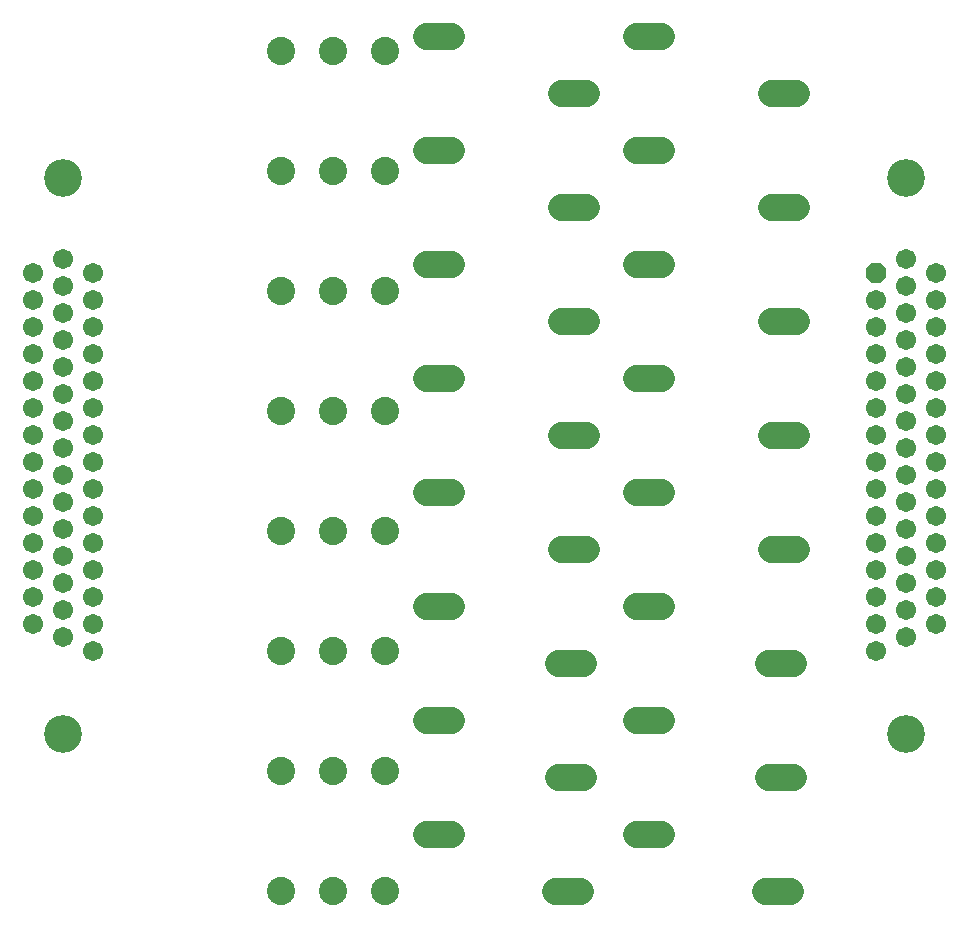
<source format=gbr>
G04 EAGLE Gerber RS-274X export*
G75*
%MOMM*%
%FSLAX34Y34*%
%LPD*%
%INSoldermask Bottom*%
%IPPOS*%
%AMOC8*
5,1,8,0,0,1.08239X$1,22.5*%
G01*
%ADD10C,2.298700*%
%ADD11C,2.387600*%
%ADD12C,1.712800*%
%ADD13C,3.203200*%
%ADD14P,1.853918X8X112.500000*%


D10*
X620078Y762000D02*
X599123Y762000D01*
X442278Y762000D02*
X421323Y762000D01*
X713423Y327660D02*
X734378Y327660D01*
X556578Y327660D02*
X535623Y327660D01*
X599123Y279400D02*
X620078Y279400D01*
X442278Y279400D02*
X421323Y279400D01*
X710883Y231140D02*
X731838Y231140D01*
X554038Y231140D02*
X533083Y231140D01*
X599123Y182880D02*
X620078Y182880D01*
X442278Y182880D02*
X421323Y182880D01*
X710883Y134620D02*
X731838Y134620D01*
X554038Y134620D02*
X533083Y134620D01*
X599123Y86360D02*
X620078Y86360D01*
X442278Y86360D02*
X421323Y86360D01*
X708343Y38100D02*
X729298Y38100D01*
X551498Y38100D02*
X530543Y38100D01*
X713423Y713740D02*
X734378Y713740D01*
X556578Y713740D02*
X535623Y713740D01*
X599123Y665480D02*
X620078Y665480D01*
X442278Y665480D02*
X421323Y665480D01*
X713423Y617220D02*
X734378Y617220D01*
X556578Y617220D02*
X535623Y617220D01*
X599123Y568960D02*
X620078Y568960D01*
X442278Y568960D02*
X421323Y568960D01*
X713423Y520700D02*
X734378Y520700D01*
X556578Y520700D02*
X535623Y520700D01*
X599123Y472440D02*
X620078Y472440D01*
X442278Y472440D02*
X421323Y472440D01*
X713423Y424180D02*
X734378Y424180D01*
X556578Y424180D02*
X535623Y424180D01*
X599123Y375920D02*
X620078Y375920D01*
X442278Y375920D02*
X421323Y375920D01*
D11*
X298900Y749300D03*
X342900Y749300D03*
X386900Y749300D03*
X298900Y647700D03*
X342900Y647700D03*
X386900Y647700D03*
X298900Y546100D03*
X342900Y546100D03*
X386900Y546100D03*
X298900Y444500D03*
X342900Y444500D03*
X386900Y444500D03*
X386900Y342900D03*
X342900Y342900D03*
X298900Y342900D03*
X386900Y241300D03*
X342900Y241300D03*
X298900Y241300D03*
X386900Y139700D03*
X342900Y139700D03*
X298900Y139700D03*
X386900Y38100D03*
X342900Y38100D03*
X298900Y38100D03*
D12*
X114300Y572800D03*
X139700Y469930D03*
X139700Y492790D03*
X139700Y515650D03*
X139700Y538510D03*
X139700Y561370D03*
X88900Y561370D03*
X139700Y447070D03*
X139700Y424210D03*
X139700Y401350D03*
X139700Y378490D03*
X139700Y355630D03*
X139700Y332770D03*
X139700Y309910D03*
X139700Y287050D03*
X139700Y264190D03*
X139700Y241330D03*
X114300Y549940D03*
X114300Y527080D03*
X114300Y504220D03*
X114300Y481360D03*
X114300Y458500D03*
X114300Y435640D03*
X114300Y412780D03*
X114300Y389920D03*
X114300Y367060D03*
X114300Y344200D03*
X114300Y321340D03*
X114300Y298480D03*
X114300Y275620D03*
X114300Y252760D03*
X88900Y538510D03*
X88900Y515650D03*
X88900Y492790D03*
X88900Y469930D03*
X88900Y447070D03*
X88900Y424210D03*
X88900Y401350D03*
X88900Y378490D03*
X88900Y355630D03*
X88900Y332770D03*
X88900Y309910D03*
X88900Y287050D03*
X88900Y264190D03*
D13*
X114300Y641600D03*
X114300Y171200D03*
D12*
X828040Y572800D03*
X802640Y469930D03*
X802640Y492790D03*
X802640Y515650D03*
X802640Y538510D03*
D14*
X802640Y561370D03*
D12*
X853440Y561370D03*
X802640Y447070D03*
X802640Y424210D03*
X802640Y401350D03*
X802640Y378490D03*
X802640Y355630D03*
X802640Y332770D03*
X802640Y309910D03*
X802640Y287050D03*
X802640Y264190D03*
X802640Y241330D03*
X828040Y549940D03*
X828040Y527080D03*
X828040Y504220D03*
X828040Y481360D03*
X828040Y458500D03*
X828040Y435640D03*
X828040Y412780D03*
X828040Y389920D03*
X828040Y367060D03*
X828040Y344200D03*
X828040Y321340D03*
X828040Y298480D03*
X828040Y275620D03*
X828040Y252760D03*
X853440Y538510D03*
X853440Y515650D03*
X853440Y492790D03*
X853440Y469930D03*
X853440Y447070D03*
X853440Y424210D03*
X853440Y401350D03*
X853440Y378490D03*
X853440Y355630D03*
X853440Y332770D03*
X853440Y309910D03*
X853440Y287050D03*
X853440Y264190D03*
D13*
X828040Y171200D03*
X828040Y641600D03*
M02*

</source>
